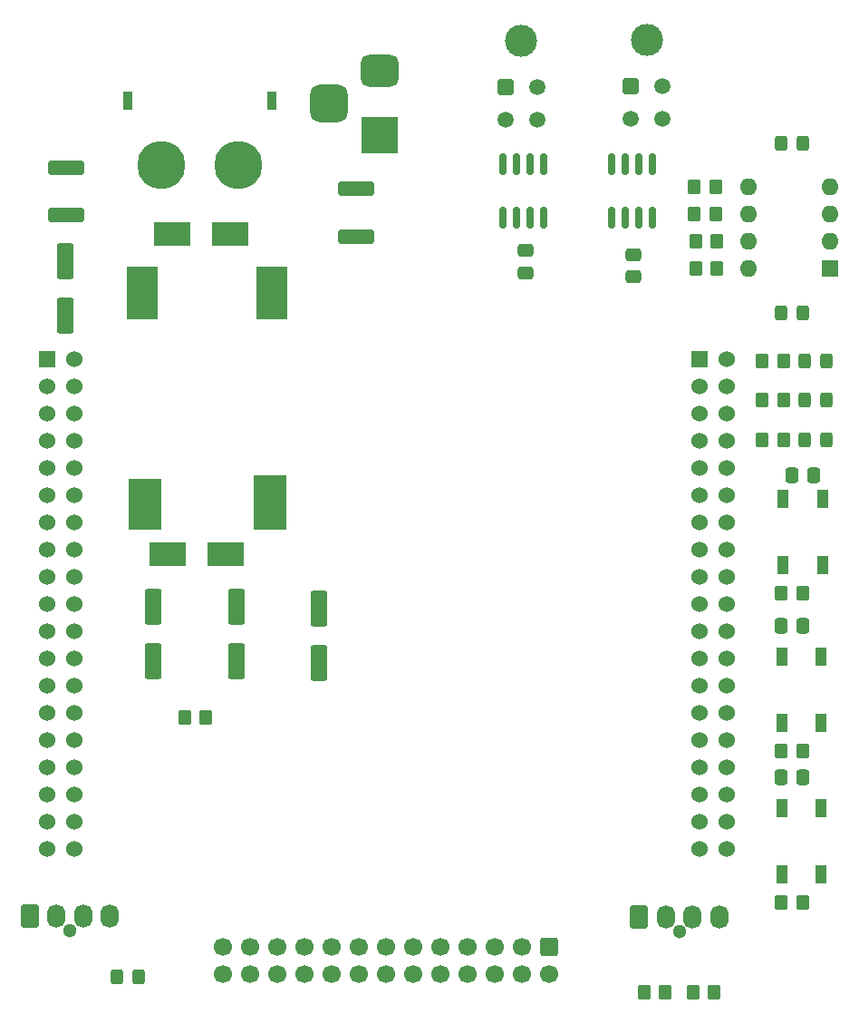
<source format=gts>
G04 #@! TF.GenerationSoftware,KiCad,Pcbnew,6.0.4-6f826c9f35~116~ubuntu18.04.1*
G04 #@! TF.CreationDate,2022-04-20T12:00:40+08:00*
G04 #@! TF.ProjectId,Nucleo_F446Shield_v2,4e75636c-656f-45f4-9634-343653686965,rev?*
G04 #@! TF.SameCoordinates,Original*
G04 #@! TF.FileFunction,Soldermask,Top*
G04 #@! TF.FilePolarity,Negative*
%FSLAX46Y46*%
G04 Gerber Fmt 4.6, Leading zero omitted, Abs format (unit mm)*
G04 Created by KiCad (PCBNEW 6.0.4-6f826c9f35~116~ubuntu18.04.1) date 2022-04-20 12:00:40*
%MOMM*%
%LPD*%
G01*
G04 APERTURE LIST*
G04 Aperture macros list*
%AMRoundRect*
0 Rectangle with rounded corners*
0 $1 Rounding radius*
0 $2 $3 $4 $5 $6 $7 $8 $9 X,Y pos of 4 corners*
0 Add a 4 corners polygon primitive as box body*
4,1,4,$2,$3,$4,$5,$6,$7,$8,$9,$2,$3,0*
0 Add four circle primitives for the rounded corners*
1,1,$1+$1,$2,$3*
1,1,$1+$1,$4,$5*
1,1,$1+$1,$6,$7*
1,1,$1+$1,$8,$9*
0 Add four rect primitives between the rounded corners*
20,1,$1+$1,$2,$3,$4,$5,0*
20,1,$1+$1,$4,$5,$6,$7,0*
20,1,$1+$1,$6,$7,$8,$9,0*
20,1,$1+$1,$8,$9,$2,$3,0*%
G04 Aperture macros list end*
%ADD10RoundRect,0.250000X-1.450000X0.400000X-1.450000X-0.400000X1.450000X-0.400000X1.450000X0.400000X0*%
%ADD11RoundRect,0.250000X0.350000X0.450000X-0.350000X0.450000X-0.350000X-0.450000X0.350000X-0.450000X0*%
%ADD12R,0.900000X1.800000*%
%ADD13C,4.500000*%
%ADD14RoundRect,0.250000X0.325000X0.450000X-0.325000X0.450000X-0.325000X-0.450000X0.325000X-0.450000X0*%
%ADD15RoundRect,0.250000X-0.350000X-0.450000X0.350000X-0.450000X0.350000X0.450000X-0.350000X0.450000X0*%
%ADD16R,2.940000X5.020000*%
%ADD17R,3.048000X4.826000*%
%ADD18R,3.070000X5.118000*%
%ADD19RoundRect,0.250000X-0.550000X1.412500X-0.550000X-1.412500X0.550000X-1.412500X0.550000X1.412500X0*%
%ADD20RoundRect,0.250000X-0.337500X-0.475000X0.337500X-0.475000X0.337500X0.475000X-0.337500X0.475000X0*%
%ADD21R,3.500000X3.500000*%
%ADD22RoundRect,0.750000X-1.000000X0.750000X-1.000000X-0.750000X1.000000X-0.750000X1.000000X0.750000X0*%
%ADD23RoundRect,0.875000X-0.875000X0.875000X-0.875000X-0.875000X0.875000X-0.875000X0.875000X0.875000X0*%
%ADD24RoundRect,0.150000X0.150000X-0.825000X0.150000X0.825000X-0.150000X0.825000X-0.150000X-0.825000X0*%
%ADD25RoundRect,0.250000X-0.600000X0.600000X-0.600000X-0.600000X0.600000X-0.600000X0.600000X0.600000X0*%
%ADD26C,1.700000*%
%ADD27R,3.500000X2.300000*%
%ADD28R,1.100000X1.800000*%
%ADD29RoundRect,0.250000X-0.325000X-0.450000X0.325000X-0.450000X0.325000X0.450000X-0.325000X0.450000X0*%
%ADD30RoundRect,0.250000X-0.475000X0.337500X-0.475000X-0.337500X0.475000X-0.337500X0.475000X0.337500X0*%
%ADD31C,1.300000*%
%ADD32RoundRect,0.250000X0.600000X-0.850000X0.600000X0.850000X-0.600000X0.850000X-0.600000X-0.850000X0*%
%ADD33O,1.700000X2.200000*%
%ADD34C,3.000000*%
%ADD35RoundRect,0.250001X-0.499999X-0.499999X0.499999X-0.499999X0.499999X0.499999X-0.499999X0.499999X0*%
%ADD36C,1.500000*%
%ADD37R,1.530000X1.530000*%
%ADD38C,1.530000*%
%ADD39R,1.600000X1.600000*%
%ADD40O,1.600000X1.600000*%
G04 APERTURE END LIST*
D10*
X83566000Y-53020000D03*
X83566000Y-57470000D03*
D11*
X117062000Y-128016000D03*
X115062000Y-128016000D03*
D12*
X75765000Y-44801000D03*
X62265000Y-44801000D03*
D13*
X65415000Y-50801000D03*
X72615000Y-50801000D03*
D14*
X127517000Y-69088000D03*
X125467000Y-69088000D03*
D15*
X123333000Y-119634000D03*
X125333000Y-119634000D03*
D16*
X63656250Y-62741000D03*
X75740250Y-62741000D03*
D17*
X63856250Y-82456000D03*
D18*
X75551250Y-82310000D03*
D15*
X110506000Y-128016000D03*
X112506000Y-128016000D03*
D19*
X72390000Y-92061500D03*
X72390000Y-97136500D03*
D11*
X117205000Y-55372000D03*
X115205000Y-55372000D03*
D20*
X123295500Y-107950000D03*
X125370500Y-107950000D03*
D14*
X127517000Y-76454000D03*
X125467000Y-76454000D03*
D20*
X124311500Y-79756000D03*
X126386500Y-79756000D03*
D21*
X85793500Y-48021000D03*
D22*
X85793500Y-42021000D03*
D23*
X81093500Y-45021000D03*
D19*
X80137000Y-92204500D03*
X80137000Y-97279500D03*
D20*
X123295500Y-93853000D03*
X125370500Y-93853000D03*
D19*
X64643000Y-92061500D03*
X64643000Y-97136500D03*
D24*
X107442000Y-55688000D03*
X108712000Y-55688000D03*
X109982000Y-55688000D03*
X111252000Y-55688000D03*
X111252000Y-50738000D03*
X109982000Y-50738000D03*
X108712000Y-50738000D03*
X107442000Y-50738000D03*
X97282000Y-55688000D03*
X98552000Y-55688000D03*
X99822000Y-55688000D03*
X101092000Y-55688000D03*
X101092000Y-50738000D03*
X99822000Y-50738000D03*
X98552000Y-50738000D03*
X97282000Y-50738000D03*
D25*
X101600000Y-123825000D03*
D26*
X101600000Y-126365000D03*
X99060000Y-123825000D03*
X99060000Y-126365000D03*
X96520000Y-123825000D03*
X96520000Y-126365000D03*
X93980000Y-123825000D03*
X93980000Y-126365000D03*
X91440000Y-123825000D03*
X91440000Y-126365000D03*
X88900000Y-123825000D03*
X88900000Y-126365000D03*
X86360000Y-123825000D03*
X86360000Y-126365000D03*
X83820000Y-123825000D03*
X83820000Y-126365000D03*
X81280000Y-123825000D03*
X81280000Y-126365000D03*
X78740000Y-123825000D03*
X78740000Y-126365000D03*
X76200000Y-123825000D03*
X76200000Y-126365000D03*
X73660000Y-123825000D03*
X73660000Y-126365000D03*
X71120000Y-123825000D03*
X71120000Y-126365000D03*
D27*
X66007000Y-87106000D03*
X71407000Y-87106000D03*
D28*
X127199000Y-81990000D03*
X127199000Y-88190000D03*
X123499000Y-81990000D03*
X123499000Y-88190000D03*
D11*
X117332000Y-57912000D03*
X115332000Y-57912000D03*
D29*
X61205000Y-126619000D03*
X63255000Y-126619000D03*
D15*
X121555000Y-76454000D03*
X123555000Y-76454000D03*
D14*
X127517000Y-72771000D03*
X125467000Y-72771000D03*
D30*
X99441000Y-58779500D03*
X99441000Y-60854500D03*
D10*
X56515000Y-51033000D03*
X56515000Y-55483000D03*
D11*
X117332000Y-60452000D03*
X115332000Y-60452000D03*
D15*
X123333000Y-90805000D03*
X125333000Y-90805000D03*
D31*
X56836000Y-122244000D03*
D32*
X53086000Y-120904000D03*
D33*
X55586000Y-120904000D03*
X58086000Y-120904000D03*
X60586000Y-120904000D03*
D28*
X127072000Y-117019000D03*
X127072000Y-110819000D03*
X123372000Y-110819000D03*
X123372000Y-117019000D03*
D34*
X99036000Y-39241000D03*
D35*
X97536000Y-43561000D03*
D36*
X100536000Y-43561000D03*
X97536000Y-46561000D03*
X100536000Y-46561000D03*
D15*
X123317000Y-105537000D03*
X125317000Y-105537000D03*
D11*
X69580000Y-102362000D03*
X67580000Y-102362000D03*
D19*
X56388000Y-59803500D03*
X56388000Y-64878500D03*
D11*
X117205000Y-52832000D03*
X115205000Y-52832000D03*
D31*
X113792000Y-122338000D03*
D32*
X110042000Y-120998000D03*
D33*
X112542000Y-120998000D03*
X115042000Y-120998000D03*
X117542000Y-120998000D03*
D27*
X66421000Y-57261000D03*
X71821000Y-57261000D03*
D30*
X109474000Y-59160500D03*
X109474000Y-61235500D03*
D14*
X125358000Y-48768000D03*
X123308000Y-48768000D03*
D15*
X121555000Y-69088000D03*
X123555000Y-69088000D03*
D37*
X54760000Y-68950000D03*
D38*
X57300000Y-68950000D03*
X54760000Y-71490000D03*
X57300000Y-71490000D03*
X54760000Y-74030000D03*
X57300000Y-74030000D03*
X54760000Y-76570000D03*
X57300000Y-76570000D03*
X54760000Y-79110000D03*
X57300000Y-79110000D03*
X54760000Y-81650000D03*
X57300000Y-81650000D03*
X54760000Y-84190000D03*
X57300000Y-84190000D03*
X54760000Y-86730000D03*
X57300000Y-86730000D03*
X54760000Y-89270000D03*
X57300000Y-89270000D03*
X54760000Y-91810000D03*
X57300000Y-91810000D03*
X54760000Y-94350000D03*
X57300000Y-94350000D03*
X54760000Y-96890000D03*
X57300000Y-96890000D03*
X54760000Y-99430000D03*
X57300000Y-99430000D03*
X54760000Y-101970000D03*
X57300000Y-101970000D03*
X54760000Y-104510000D03*
X57300000Y-104510000D03*
X54760000Y-107050000D03*
X57300000Y-107050000D03*
X54760000Y-109590000D03*
X57300000Y-109590000D03*
X54760000Y-112130000D03*
X57300000Y-112130000D03*
X54760000Y-114670000D03*
X57300000Y-114670000D03*
D37*
X115720000Y-68950000D03*
D38*
X118260000Y-68950000D03*
X115720000Y-71490000D03*
X118260000Y-71490000D03*
X115720000Y-74030000D03*
X118260000Y-74030000D03*
X115720000Y-76570000D03*
X118260000Y-76570000D03*
X115720000Y-79110000D03*
X118260000Y-79110000D03*
X115720000Y-81650000D03*
X118260000Y-81650000D03*
X115720000Y-84190000D03*
X118260000Y-84190000D03*
X115720000Y-86730000D03*
X118260000Y-86730000D03*
X115720000Y-89270000D03*
X118260000Y-89270000D03*
X115720000Y-91810000D03*
X118260000Y-91810000D03*
X115720000Y-94350000D03*
X118260000Y-94350000D03*
X115720000Y-96890000D03*
X118260000Y-96890000D03*
X115720000Y-99430000D03*
X118260000Y-99430000D03*
X115720000Y-101970000D03*
X118260000Y-101970000D03*
X115720000Y-104510000D03*
X118260000Y-104510000D03*
X115720000Y-107050000D03*
X118260000Y-107050000D03*
X115720000Y-109590000D03*
X118260000Y-109590000D03*
X115720000Y-112130000D03*
X118260000Y-112130000D03*
X115720000Y-114670000D03*
X118260000Y-114670000D03*
D28*
X127072000Y-102922000D03*
X127072000Y-96722000D03*
X123372000Y-96722000D03*
X123372000Y-102922000D03*
D15*
X121555000Y-72771000D03*
X123555000Y-72771000D03*
D39*
X127889000Y-60452000D03*
D40*
X127889000Y-57912000D03*
X127889000Y-55372000D03*
X127889000Y-52832000D03*
X120269000Y-52832000D03*
X120269000Y-55372000D03*
X120269000Y-57912000D03*
X120269000Y-60452000D03*
D34*
X110744000Y-39159000D03*
D35*
X109244000Y-43479000D03*
D36*
X112244000Y-43479000D03*
X109244000Y-46479000D03*
X112244000Y-46479000D03*
D14*
X125358000Y-64643000D03*
X123308000Y-64643000D03*
M02*

</source>
